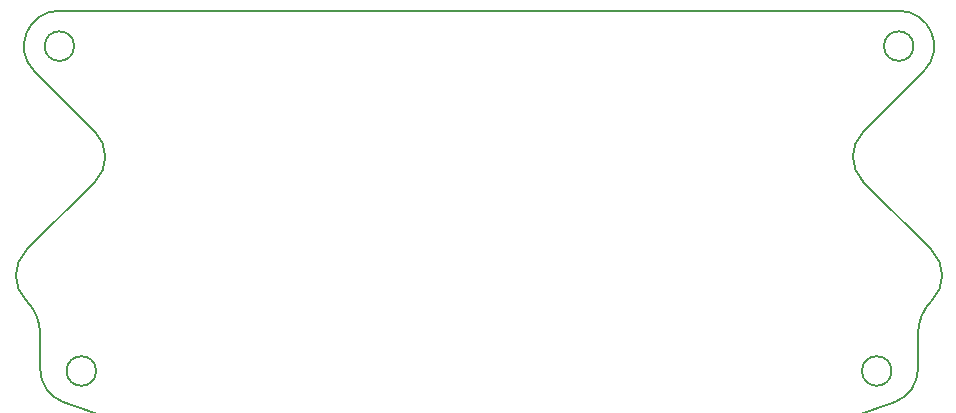
<source format=gbr>
G04 #@! TF.GenerationSoftware,KiCad,Pcbnew,(6.0.4)*
G04 #@! TF.CreationDate,2022-07-19T16:25:10+09:00*
G04 #@! TF.ProjectId,io_board for cnc,696f5f62-6f61-4726-9420-666f7220636e,rev?*
G04 #@! TF.SameCoordinates,Original*
G04 #@! TF.FileFunction,Profile,NP*
%FSLAX46Y46*%
G04 Gerber Fmt 4.6, Leading zero omitted, Abs format (unit mm)*
G04 Created by KiCad (PCBNEW (6.0.4)) date 2022-07-19 16:25:10*
%MOMM*%
%LPD*%
G01*
G04 APERTURE LIST*
G04 #@! TA.AperFunction,Profile*
%ADD10C,0.200000*%
G04 #@! TD*
G04 APERTURE END LIST*
D10*
X181987484Y-135964323D02*
G75*
G03*
X181987484Y-135964323I-1250000J0D01*
G01*
X109412564Y-110580179D02*
X114539088Y-115706703D01*
X185401143Y-130000216D02*
G75*
G03*
X184229538Y-132828611I2828457J-2828484D01*
G01*
X185401111Y-125757543D02*
X179592912Y-119949344D01*
X114539088Y-119949344D02*
X108730889Y-125757543D01*
X109902465Y-132828611D02*
G75*
G03*
X108730889Y-130000184I-3999965J11D01*
G01*
X184229538Y-135780675D02*
X184229538Y-132828611D01*
X111533884Y-105458864D02*
G75*
G03*
X109412564Y-110580179I-4J-2999996D01*
G01*
X111845858Y-138588448D02*
G75*
G03*
X182286142Y-138588448I35220142J93592427D01*
G01*
X182286146Y-138588459D02*
G75*
G03*
X184229538Y-135780675I-1056446J2807659D01*
G01*
X114539065Y-119949321D02*
G75*
G03*
X114539088Y-115706703I-2121265J2121321D01*
G01*
X182598116Y-105458859D02*
X111533884Y-105458859D01*
X108730886Y-125757540D02*
G75*
G03*
X108730889Y-130000184I2121324J-2121320D01*
G01*
X179592912Y-115706703D02*
X184719436Y-110580179D01*
X185401147Y-130000220D02*
G75*
G03*
X185401111Y-125757543I-2121347J2121320D01*
G01*
X114644516Y-135964323D02*
G75*
G03*
X114644516Y-135964323I-1250000J0D01*
G01*
X109902462Y-132828611D02*
X109902462Y-135780675D01*
X112783884Y-108458859D02*
G75*
G03*
X112783884Y-108458859I-1250000J0D01*
G01*
X184719478Y-110580221D02*
G75*
G03*
X182598116Y-105458859I-2121378J2121321D01*
G01*
X179592888Y-115706679D02*
G75*
G03*
X179592912Y-119949344I2121312J-2121321D01*
G01*
X109902510Y-135780675D02*
G75*
G03*
X111845858Y-138588448I2999990J-25D01*
G01*
X183848116Y-108458859D02*
G75*
G03*
X183848116Y-108458859I-1250000J0D01*
G01*
M02*

</source>
